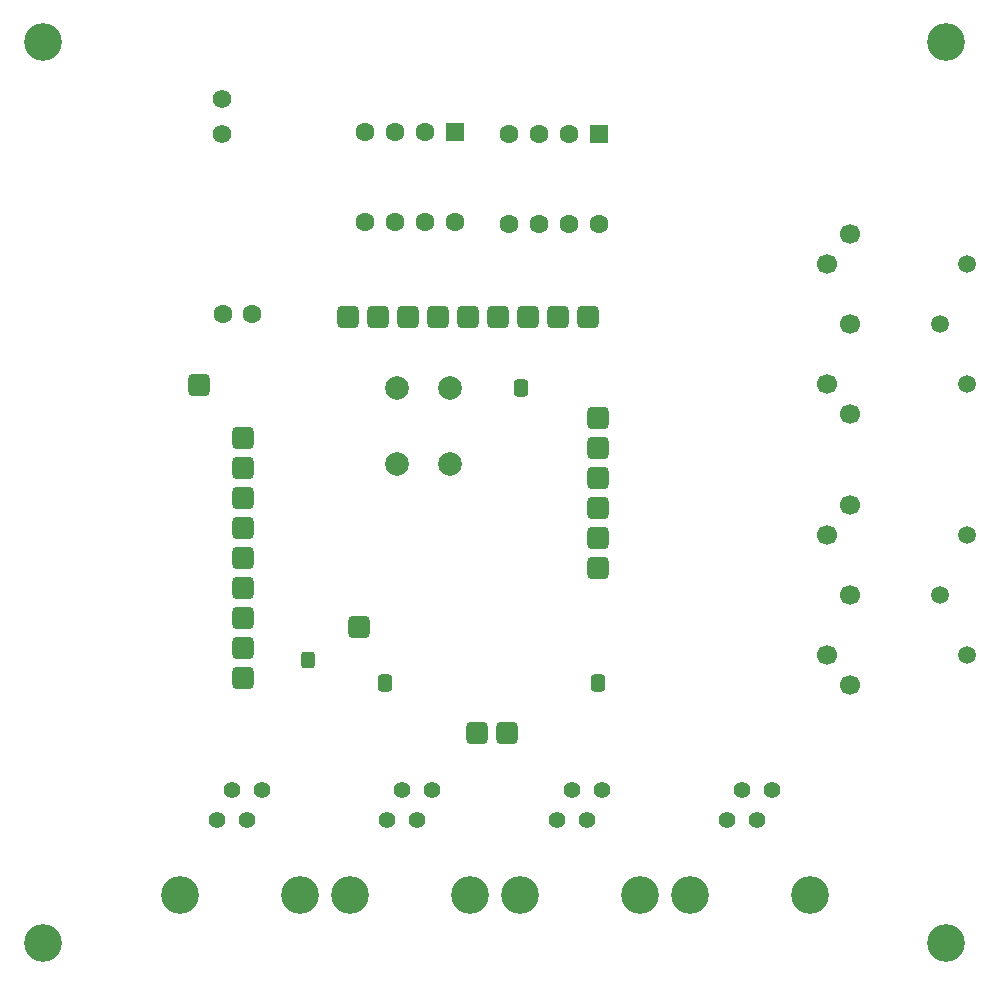
<source format=gbr>
%TF.GenerationSoftware,KiCad,Pcbnew,9.0.5*%
%TF.CreationDate,2025-11-19T10:45:20-07:00*%
%TF.ProjectId,UMaster,554d6173-7465-4722-9e6b-696361645f70,rev?*%
%TF.SameCoordinates,Original*%
%TF.FileFunction,Soldermask,Bot*%
%TF.FilePolarity,Negative*%
%FSLAX46Y46*%
G04 Gerber Fmt 4.6, Leading zero omitted, Abs format (unit mm)*
G04 Created by KiCad (PCBNEW 9.0.5) date 2025-11-19 10:45:20*
%MOMM*%
%LPD*%
G01*
G04 APERTURE LIST*
G04 Aperture macros list*
%AMRoundRect*
0 Rectangle with rounded corners*
0 $1 Rounding radius*
0 $2 $3 $4 $5 $6 $7 $8 $9 X,Y pos of 4 corners*
0 Add a 4 corners polygon primitive as box body*
4,1,4,$2,$3,$4,$5,$6,$7,$8,$9,$2,$3,0*
0 Add four circle primitives for the rounded corners*
1,1,$1+$1,$2,$3*
1,1,$1+$1,$4,$5*
1,1,$1+$1,$6,$7*
1,1,$1+$1,$8,$9*
0 Add four rect primitives between the rounded corners*
20,1,$1+$1,$2,$3,$4,$5,0*
20,1,$1+$1,$4,$5,$6,$7,0*
20,1,$1+$1,$6,$7,$8,$9,0*
20,1,$1+$1,$8,$9,$2,$3,0*%
G04 Aperture macros list end*
%ADD10RoundRect,0.476250X-0.476250X-0.476250X0.476250X-0.476250X0.476250X0.476250X-0.476250X0.476250X0*%
%ADD11RoundRect,0.250000X0.337500X0.475000X-0.337500X0.475000X-0.337500X-0.475000X0.337500X-0.475000X0*%
%ADD12RoundRect,0.250000X0.325000X0.450000X-0.325000X0.450000X-0.325000X-0.450000X0.325000X-0.450000X0*%
%ADD13C,1.600000*%
%ADD14C,3.200000*%
%ADD15C,1.400000*%
%ADD16C,1.700000*%
%ADD17C,1.500000*%
%ADD18RoundRect,0.250000X-0.550000X0.550000X-0.550000X-0.550000X0.550000X-0.550000X0.550000X0.550000X0*%
%ADD19RoundRect,0.476250X-0.476250X0.476250X-0.476250X-0.476250X0.476250X-0.476250X0.476250X0.476250X0*%
%ADD20C,1.574800*%
%ADD21RoundRect,0.250000X-0.337500X-0.475000X0.337500X-0.475000X0.337500X0.475000X-0.337500X0.475000X0*%
%ADD22C,2.000000*%
G04 APERTURE END LIST*
D10*
%TO.C,R5*%
X134840000Y-98000000D03*
X137380000Y-98000000D03*
X139920000Y-98000000D03*
X142460000Y-98000000D03*
X145000000Y-98000000D03*
X147540000Y-98000000D03*
X150080000Y-98000000D03*
X152620000Y-98000000D03*
X155164442Y-98009999D03*
%TD*%
D11*
%TO.C,R4*%
X156037500Y-129000000D03*
%TD*%
D10*
%TO.C,TP1*%
X135750000Y-124250000D03*
%TD*%
D12*
%TO.C,D10*%
X131484000Y-127094000D03*
%TD*%
D13*
%TO.C,C1*%
X126750000Y-97750000D03*
X124250000Y-97750000D03*
%TD*%
D14*
%TO.C,J4*%
X120600000Y-147000000D03*
X130760000Y-147000000D03*
D15*
X123775000Y-140650000D03*
X125045000Y-138110000D03*
X126315000Y-140650000D03*
X127585000Y-138110000D03*
%TD*%
D16*
%TO.C,J8*%
X177344000Y-113960000D03*
X177344000Y-121580000D03*
X177344000Y-129200000D03*
X175439000Y-116500000D03*
X175439000Y-126660000D03*
D17*
X184964000Y-121580000D03*
X187250000Y-126660000D03*
X187250000Y-116500000D03*
%TD*%
D14*
%TO.C,REF\u002A\u002A*%
X185500000Y-74750000D03*
%TD*%
%TO.C,REF\u002A\u002A*%
X109000000Y-151000000D03*
%TD*%
D10*
%TO.C,J3*%
X145750000Y-133250000D03*
X148290000Y-133250000D03*
%TD*%
D18*
%TO.C,SW2*%
X143950000Y-82380000D03*
D13*
X141410000Y-82380000D03*
X138870000Y-82380000D03*
X136330000Y-82380000D03*
X136330000Y-90000000D03*
X138870000Y-90000000D03*
X141410000Y-90000000D03*
X143950000Y-90000000D03*
%TD*%
D11*
%TO.C,R1*%
X149537500Y-104000000D03*
%TD*%
D19*
%TO.C,R6*%
X126000000Y-108260000D03*
X126000000Y-110800000D03*
X126000000Y-113340000D03*
X126000000Y-115880000D03*
X126000000Y-118420000D03*
X126000000Y-120960000D03*
X126000000Y-123500000D03*
X126000000Y-126040000D03*
X125990001Y-128584442D03*
%TD*%
D10*
%TO.C,TP2*%
X122250000Y-103750000D03*
%TD*%
D14*
%TO.C,J6*%
X149400000Y-147000000D03*
X159560000Y-147000000D03*
D15*
X152575000Y-140650000D03*
X153845000Y-138110000D03*
X155115000Y-140650000D03*
X156385000Y-138110000D03*
%TD*%
D14*
%TO.C,J7*%
X163800000Y-147000000D03*
X173960000Y-147000000D03*
D15*
X166975000Y-140650000D03*
X168245000Y-138110000D03*
X169515000Y-140650000D03*
X170785000Y-138110000D03*
%TD*%
D16*
%TO.C,J9*%
X177344000Y-90960000D03*
X177344000Y-98580000D03*
X177344000Y-106200000D03*
X175439000Y-93500000D03*
X175439000Y-103660000D03*
D17*
X184964000Y-98580000D03*
X187250000Y-103660000D03*
X187250000Y-93500000D03*
%TD*%
D18*
%TO.C,SW3*%
X156120000Y-82500000D03*
D13*
X153580000Y-82500000D03*
X151040000Y-82500000D03*
X148500000Y-82500000D03*
X148500000Y-90120000D03*
X151040000Y-90120000D03*
X153580000Y-90120000D03*
X156120000Y-90120000D03*
%TD*%
D14*
%TO.C,REF\u002A\u002A*%
X185500000Y-151000000D03*
%TD*%
D20*
%TO.C,J1*%
X124160400Y-79564301D03*
X124160400Y-82564300D03*
%TD*%
D19*
%TO.C,J2*%
X156000000Y-106590000D03*
X156000000Y-109130000D03*
X156000000Y-111670000D03*
X156000000Y-114210000D03*
X156000000Y-116750000D03*
X156000000Y-119290000D03*
%TD*%
D14*
%TO.C,J5*%
X135000000Y-147000000D03*
X145160000Y-147000000D03*
D15*
X138175000Y-140650000D03*
X139445000Y-138110000D03*
X140715000Y-140650000D03*
X141985000Y-138110000D03*
%TD*%
D14*
%TO.C,REF\u002A\u002A*%
X109000000Y-74750000D03*
%TD*%
D21*
%TO.C,R3*%
X137962500Y-129000000D03*
%TD*%
D22*
%TO.C,SW1*%
X139000000Y-110500000D03*
X139000000Y-104000000D03*
X143500000Y-110500000D03*
X143500000Y-104000000D03*
%TD*%
M02*

</source>
